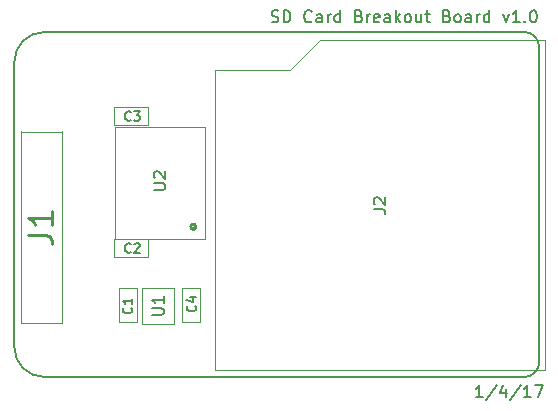
<source format=gbr>
%TF.GenerationSoftware,KiCad,Pcbnew,4.0.4+e1-6308~48~ubuntu16.04.1-stable*%
%TF.CreationDate,2017-01-04T17:26:24-08:00*%
%TF.ProjectId,sd-full-2041021-4-breakout,73642D66756C6C2D323034313032312D,v1.0*%
%TF.FileFunction,Other,Fab,Top*%
%FSLAX46Y46*%
G04 Gerber Fmt 4.6, Leading zero omitted, Abs format (unit mm)*
G04 Created by KiCad (PCBNEW 4.0.4+e1-6308~48~ubuntu16.04.1-stable) date Wed Jan  4 17:26:24 2017*
%MOMM*%
%LPD*%
G01*
G04 APERTURE LIST*
%ADD10C,0.350000*%
%ADD11C,0.152400*%
%ADD12C,0.050000*%
%ADD13C,0.040640*%
%ADD14C,0.254000*%
%ADD15C,0.050800*%
%ADD16C,0.150000*%
G04 APERTURE END LIST*
D10*
D11*
X137474476Y-94439619D02*
X136893905Y-94439619D01*
X137184191Y-94439619D02*
X137184191Y-93423619D01*
X137087429Y-93568762D01*
X136990667Y-93665524D01*
X136893905Y-93713905D01*
X138635619Y-93375238D02*
X137764762Y-94681524D01*
X139409714Y-93762286D02*
X139409714Y-94439619D01*
X139167810Y-93375238D02*
X138925905Y-94100952D01*
X139554857Y-94100952D01*
X140667619Y-93375238D02*
X139796762Y-94681524D01*
X141538476Y-94439619D02*
X140957905Y-94439619D01*
X141248191Y-94439619D02*
X141248191Y-93423619D01*
X141151429Y-93568762D01*
X141054667Y-93665524D01*
X140957905Y-93713905D01*
X141877143Y-93423619D02*
X142554476Y-93423619D01*
X142119048Y-94439619D01*
X119585621Y-62641238D02*
X119730764Y-62689619D01*
X119972668Y-62689619D01*
X120069430Y-62641238D01*
X120117811Y-62592857D01*
X120166192Y-62496095D01*
X120166192Y-62399333D01*
X120117811Y-62302571D01*
X120069430Y-62254190D01*
X119972668Y-62205810D01*
X119779145Y-62157429D01*
X119682383Y-62109048D01*
X119634002Y-62060667D01*
X119585621Y-61963905D01*
X119585621Y-61867143D01*
X119634002Y-61770381D01*
X119682383Y-61722000D01*
X119779145Y-61673619D01*
X120021049Y-61673619D01*
X120166192Y-61722000D01*
X120601621Y-62689619D02*
X120601621Y-61673619D01*
X120843526Y-61673619D01*
X120988668Y-61722000D01*
X121085430Y-61818762D01*
X121133811Y-61915524D01*
X121182192Y-62109048D01*
X121182192Y-62254190D01*
X121133811Y-62447714D01*
X121085430Y-62544476D01*
X120988668Y-62641238D01*
X120843526Y-62689619D01*
X120601621Y-62689619D01*
X122972287Y-62592857D02*
X122923906Y-62641238D01*
X122778763Y-62689619D01*
X122682001Y-62689619D01*
X122536859Y-62641238D01*
X122440097Y-62544476D01*
X122391716Y-62447714D01*
X122343335Y-62254190D01*
X122343335Y-62109048D01*
X122391716Y-61915524D01*
X122440097Y-61818762D01*
X122536859Y-61722000D01*
X122682001Y-61673619D01*
X122778763Y-61673619D01*
X122923906Y-61722000D01*
X122972287Y-61770381D01*
X123843144Y-62689619D02*
X123843144Y-62157429D01*
X123794763Y-62060667D01*
X123698001Y-62012286D01*
X123504478Y-62012286D01*
X123407716Y-62060667D01*
X123843144Y-62641238D02*
X123746382Y-62689619D01*
X123504478Y-62689619D01*
X123407716Y-62641238D01*
X123359335Y-62544476D01*
X123359335Y-62447714D01*
X123407716Y-62350952D01*
X123504478Y-62302571D01*
X123746382Y-62302571D01*
X123843144Y-62254190D01*
X124326954Y-62689619D02*
X124326954Y-62012286D01*
X124326954Y-62205810D02*
X124375335Y-62109048D01*
X124423716Y-62060667D01*
X124520478Y-62012286D01*
X124617239Y-62012286D01*
X125391334Y-62689619D02*
X125391334Y-61673619D01*
X125391334Y-62641238D02*
X125294572Y-62689619D01*
X125101049Y-62689619D01*
X125004287Y-62641238D01*
X124955906Y-62592857D01*
X124907525Y-62496095D01*
X124907525Y-62205810D01*
X124955906Y-62109048D01*
X125004287Y-62060667D01*
X125101049Y-62012286D01*
X125294572Y-62012286D01*
X125391334Y-62060667D01*
X126987905Y-62157429D02*
X127133048Y-62205810D01*
X127181429Y-62254190D01*
X127229810Y-62350952D01*
X127229810Y-62496095D01*
X127181429Y-62592857D01*
X127133048Y-62641238D01*
X127036286Y-62689619D01*
X126649239Y-62689619D01*
X126649239Y-61673619D01*
X126987905Y-61673619D01*
X127084667Y-61722000D01*
X127133048Y-61770381D01*
X127181429Y-61867143D01*
X127181429Y-61963905D01*
X127133048Y-62060667D01*
X127084667Y-62109048D01*
X126987905Y-62157429D01*
X126649239Y-62157429D01*
X127665239Y-62689619D02*
X127665239Y-62012286D01*
X127665239Y-62205810D02*
X127713620Y-62109048D01*
X127762001Y-62060667D01*
X127858763Y-62012286D01*
X127955524Y-62012286D01*
X128681238Y-62641238D02*
X128584476Y-62689619D01*
X128390953Y-62689619D01*
X128294191Y-62641238D01*
X128245810Y-62544476D01*
X128245810Y-62157429D01*
X128294191Y-62060667D01*
X128390953Y-62012286D01*
X128584476Y-62012286D01*
X128681238Y-62060667D01*
X128729619Y-62157429D01*
X128729619Y-62254190D01*
X128245810Y-62350952D01*
X129600476Y-62689619D02*
X129600476Y-62157429D01*
X129552095Y-62060667D01*
X129455333Y-62012286D01*
X129261810Y-62012286D01*
X129165048Y-62060667D01*
X129600476Y-62641238D02*
X129503714Y-62689619D01*
X129261810Y-62689619D01*
X129165048Y-62641238D01*
X129116667Y-62544476D01*
X129116667Y-62447714D01*
X129165048Y-62350952D01*
X129261810Y-62302571D01*
X129503714Y-62302571D01*
X129600476Y-62254190D01*
X130084286Y-62689619D02*
X130084286Y-61673619D01*
X130181048Y-62302571D02*
X130471333Y-62689619D01*
X130471333Y-62012286D02*
X130084286Y-62399333D01*
X131051905Y-62689619D02*
X130955143Y-62641238D01*
X130906762Y-62592857D01*
X130858381Y-62496095D01*
X130858381Y-62205810D01*
X130906762Y-62109048D01*
X130955143Y-62060667D01*
X131051905Y-62012286D01*
X131197047Y-62012286D01*
X131293809Y-62060667D01*
X131342190Y-62109048D01*
X131390571Y-62205810D01*
X131390571Y-62496095D01*
X131342190Y-62592857D01*
X131293809Y-62641238D01*
X131197047Y-62689619D01*
X131051905Y-62689619D01*
X132261428Y-62012286D02*
X132261428Y-62689619D01*
X131826000Y-62012286D02*
X131826000Y-62544476D01*
X131874381Y-62641238D01*
X131971143Y-62689619D01*
X132116285Y-62689619D01*
X132213047Y-62641238D01*
X132261428Y-62592857D01*
X132600095Y-62012286D02*
X132987143Y-62012286D01*
X132745238Y-61673619D02*
X132745238Y-62544476D01*
X132793619Y-62641238D01*
X132890381Y-62689619D01*
X132987143Y-62689619D01*
X134438570Y-62157429D02*
X134583713Y-62205810D01*
X134632094Y-62254190D01*
X134680475Y-62350952D01*
X134680475Y-62496095D01*
X134632094Y-62592857D01*
X134583713Y-62641238D01*
X134486951Y-62689619D01*
X134099904Y-62689619D01*
X134099904Y-61673619D01*
X134438570Y-61673619D01*
X134535332Y-61722000D01*
X134583713Y-61770381D01*
X134632094Y-61867143D01*
X134632094Y-61963905D01*
X134583713Y-62060667D01*
X134535332Y-62109048D01*
X134438570Y-62157429D01*
X134099904Y-62157429D01*
X135261047Y-62689619D02*
X135164285Y-62641238D01*
X135115904Y-62592857D01*
X135067523Y-62496095D01*
X135067523Y-62205810D01*
X135115904Y-62109048D01*
X135164285Y-62060667D01*
X135261047Y-62012286D01*
X135406189Y-62012286D01*
X135502951Y-62060667D01*
X135551332Y-62109048D01*
X135599713Y-62205810D01*
X135599713Y-62496095D01*
X135551332Y-62592857D01*
X135502951Y-62641238D01*
X135406189Y-62689619D01*
X135261047Y-62689619D01*
X136470570Y-62689619D02*
X136470570Y-62157429D01*
X136422189Y-62060667D01*
X136325427Y-62012286D01*
X136131904Y-62012286D01*
X136035142Y-62060667D01*
X136470570Y-62641238D02*
X136373808Y-62689619D01*
X136131904Y-62689619D01*
X136035142Y-62641238D01*
X135986761Y-62544476D01*
X135986761Y-62447714D01*
X136035142Y-62350952D01*
X136131904Y-62302571D01*
X136373808Y-62302571D01*
X136470570Y-62254190D01*
X136954380Y-62689619D02*
X136954380Y-62012286D01*
X136954380Y-62205810D02*
X137002761Y-62109048D01*
X137051142Y-62060667D01*
X137147904Y-62012286D01*
X137244665Y-62012286D01*
X138018760Y-62689619D02*
X138018760Y-61673619D01*
X138018760Y-62641238D02*
X137921998Y-62689619D01*
X137728475Y-62689619D01*
X137631713Y-62641238D01*
X137583332Y-62592857D01*
X137534951Y-62496095D01*
X137534951Y-62205810D01*
X137583332Y-62109048D01*
X137631713Y-62060667D01*
X137728475Y-62012286D01*
X137921998Y-62012286D01*
X138018760Y-62060667D01*
X139179903Y-62012286D02*
X139421808Y-62689619D01*
X139663712Y-62012286D01*
X140582950Y-62689619D02*
X140002379Y-62689619D01*
X140292665Y-62689619D02*
X140292665Y-61673619D01*
X140195903Y-61818762D01*
X140099141Y-61915524D01*
X140002379Y-61963905D01*
X141018379Y-62592857D02*
X141066760Y-62641238D01*
X141018379Y-62689619D01*
X140969998Y-62641238D01*
X141018379Y-62592857D01*
X141018379Y-62689619D01*
X141695713Y-61673619D02*
X141792474Y-61673619D01*
X141889236Y-61722000D01*
X141937617Y-61770381D01*
X141985998Y-61867143D01*
X142034379Y-62060667D01*
X142034379Y-62302571D01*
X141985998Y-62496095D01*
X141937617Y-62592857D01*
X141889236Y-62641238D01*
X141792474Y-62689619D01*
X141695713Y-62689619D01*
X141598951Y-62641238D01*
X141550570Y-62592857D01*
X141502189Y-62496095D01*
X141453808Y-62302571D01*
X141453808Y-62060667D01*
X141502189Y-61867143D01*
X141550570Y-61770381D01*
X141598951Y-61722000D01*
X141695713Y-61673619D01*
X142240000Y-64770000D02*
X142240000Y-91440000D01*
X140970000Y-92710000D02*
G75*
G03X142240000Y-91440000I0J1270000D01*
G01*
X142240000Y-64770000D02*
G75*
G03X140970000Y-63500000I-1270000J0D01*
G01*
X140970000Y-63500000D02*
X100330000Y-63500000D01*
X100330000Y-92710000D02*
X140970000Y-92710000D01*
X97790000Y-90170000D02*
G75*
G03X100330000Y-92710000I2540000J0D01*
G01*
X97790000Y-66040000D02*
X97790000Y-90170000D01*
X100330000Y-63500000D02*
G75*
G03X97790000Y-66040000I0J-2540000D01*
G01*
D12*
X108192000Y-85152000D02*
X108192000Y-88052000D01*
X108192000Y-85152000D02*
X106692000Y-85152000D01*
X108192000Y-88052000D02*
X106692000Y-88052000D01*
X106692000Y-85152000D02*
X106692000Y-88052000D01*
X106258000Y-81038000D02*
X109158000Y-81038000D01*
X106258000Y-81038000D02*
X106258000Y-82538000D01*
X109158000Y-81038000D02*
X109158000Y-82538000D01*
X106258000Y-82538000D02*
X109158000Y-82538000D01*
X106258000Y-69862000D02*
X109158000Y-69862000D01*
X106258000Y-69862000D02*
X106258000Y-71362000D01*
X109158000Y-69862000D02*
X109158000Y-71362000D01*
X106258000Y-71362000D02*
X109158000Y-71362000D01*
X112026000Y-88064000D02*
X112026000Y-85164000D01*
X112026000Y-88064000D02*
X113526000Y-88064000D01*
X112026000Y-85164000D02*
X113526000Y-85164000D01*
X113526000Y-88064000D02*
X113526000Y-85164000D01*
X101826000Y-88110000D02*
X101826000Y-71910000D01*
X101836000Y-88100000D02*
X98336000Y-88100000D01*
X98346000Y-88120000D02*
X98346000Y-71920000D01*
X101846000Y-71930000D02*
X98346000Y-71930000D01*
D13*
X114802000Y-92132000D02*
X114802000Y-66732000D01*
X142742000Y-92132000D02*
X114802000Y-92132000D01*
X142742000Y-64192000D02*
X142742000Y-92132000D01*
X123692000Y-64192000D02*
X142742000Y-64192000D01*
X121152000Y-66732000D02*
X123692000Y-64192000D01*
X114802000Y-66732000D02*
X121152000Y-66732000D01*
X108648500Y-88204000D02*
X111315500Y-88204000D01*
X108648500Y-85156000D02*
X108648500Y-88204000D01*
X111315500Y-85156000D02*
X108648500Y-85156000D01*
X111315500Y-88204000D02*
X111315500Y-85156000D01*
D14*
X113189213Y-80000000D02*
G75*
G03X113189213Y-80000000I-223607J0D01*
G01*
D15*
X113942000Y-81000000D02*
X113942000Y-80900000D01*
X106342000Y-81000000D02*
X113942000Y-81000000D01*
X106342000Y-71500000D02*
X106342000Y-81000000D01*
X113942000Y-71500000D02*
X106342000Y-71500000D01*
X113942000Y-80900000D02*
X113942000Y-71500000D01*
D16*
X107687714Y-86825333D02*
X107725810Y-86863428D01*
X107763905Y-86977714D01*
X107763905Y-87053904D01*
X107725810Y-87168190D01*
X107649619Y-87244381D01*
X107573429Y-87282476D01*
X107421048Y-87320571D01*
X107306762Y-87320571D01*
X107154381Y-87282476D01*
X107078190Y-87244381D01*
X107002000Y-87168190D01*
X106963905Y-87053904D01*
X106963905Y-86977714D01*
X107002000Y-86863428D01*
X107040095Y-86825333D01*
X107763905Y-86063428D02*
X107763905Y-86520571D01*
X107763905Y-86292000D02*
X106963905Y-86292000D01*
X107078190Y-86368190D01*
X107154381Y-86444381D01*
X107192476Y-86520571D01*
X107664667Y-82113714D02*
X107626572Y-82151810D01*
X107512286Y-82189905D01*
X107436096Y-82189905D01*
X107321810Y-82151810D01*
X107245619Y-82075619D01*
X107207524Y-81999429D01*
X107169429Y-81847048D01*
X107169429Y-81732762D01*
X107207524Y-81580381D01*
X107245619Y-81504190D01*
X107321810Y-81428000D01*
X107436096Y-81389905D01*
X107512286Y-81389905D01*
X107626572Y-81428000D01*
X107664667Y-81466095D01*
X107969429Y-81466095D02*
X108007524Y-81428000D01*
X108083715Y-81389905D01*
X108274191Y-81389905D01*
X108350381Y-81428000D01*
X108388477Y-81466095D01*
X108426572Y-81542286D01*
X108426572Y-81618476D01*
X108388477Y-81732762D01*
X107931334Y-82189905D01*
X108426572Y-82189905D01*
X107664667Y-70937714D02*
X107626572Y-70975810D01*
X107512286Y-71013905D01*
X107436096Y-71013905D01*
X107321810Y-70975810D01*
X107245619Y-70899619D01*
X107207524Y-70823429D01*
X107169429Y-70671048D01*
X107169429Y-70556762D01*
X107207524Y-70404381D01*
X107245619Y-70328190D01*
X107321810Y-70252000D01*
X107436096Y-70213905D01*
X107512286Y-70213905D01*
X107626572Y-70252000D01*
X107664667Y-70290095D01*
X107931334Y-70213905D02*
X108426572Y-70213905D01*
X108159905Y-70518667D01*
X108274191Y-70518667D01*
X108350381Y-70556762D01*
X108388477Y-70594857D01*
X108426572Y-70671048D01*
X108426572Y-70861524D01*
X108388477Y-70937714D01*
X108350381Y-70975810D01*
X108274191Y-71013905D01*
X108045619Y-71013905D01*
X107969429Y-70975810D01*
X107931334Y-70937714D01*
X113101714Y-86657333D02*
X113139810Y-86695428D01*
X113177905Y-86809714D01*
X113177905Y-86885904D01*
X113139810Y-87000190D01*
X113063619Y-87076381D01*
X112987429Y-87114476D01*
X112835048Y-87152571D01*
X112720762Y-87152571D01*
X112568381Y-87114476D01*
X112492190Y-87076381D01*
X112416000Y-87000190D01*
X112377905Y-86885904D01*
X112377905Y-86809714D01*
X112416000Y-86695428D01*
X112454095Y-86657333D01*
X112644571Y-85971619D02*
X113177905Y-85971619D01*
X112339810Y-86162095D02*
X112911238Y-86352571D01*
X112911238Y-85857333D01*
D14*
X98973238Y-80687333D02*
X100424667Y-80687333D01*
X100714952Y-80784095D01*
X100908476Y-80977619D01*
X101005238Y-81267904D01*
X101005238Y-81461428D01*
X101005238Y-78655334D02*
X101005238Y-79816476D01*
X101005238Y-79235905D02*
X98973238Y-79235905D01*
X99263524Y-79429429D01*
X99457048Y-79622953D01*
X99553810Y-79816476D01*
D16*
X128224381Y-78495333D02*
X128938667Y-78495333D01*
X129081524Y-78542953D01*
X129176762Y-78638191D01*
X129224381Y-78781048D01*
X129224381Y-78876286D01*
X128319619Y-78066762D02*
X128272000Y-78019143D01*
X128224381Y-77923905D01*
X128224381Y-77685809D01*
X128272000Y-77590571D01*
X128319619Y-77542952D01*
X128414857Y-77495333D01*
X128510095Y-77495333D01*
X128652952Y-77542952D01*
X129224381Y-78114381D01*
X129224381Y-77495333D01*
X109434381Y-87441905D02*
X110243905Y-87441905D01*
X110339143Y-87394286D01*
X110386762Y-87346667D01*
X110434381Y-87251429D01*
X110434381Y-87060952D01*
X110386762Y-86965714D01*
X110339143Y-86918095D01*
X110243905Y-86870476D01*
X109434381Y-86870476D01*
X110434381Y-85870476D02*
X110434381Y-86441905D01*
X110434381Y-86156191D02*
X109434381Y-86156191D01*
X109577238Y-86251429D01*
X109672476Y-86346667D01*
X109720095Y-86441905D01*
X109594381Y-76861905D02*
X110403905Y-76861905D01*
X110499143Y-76814286D01*
X110546762Y-76766667D01*
X110594381Y-76671429D01*
X110594381Y-76480952D01*
X110546762Y-76385714D01*
X110499143Y-76338095D01*
X110403905Y-76290476D01*
X109594381Y-76290476D01*
X109689619Y-75861905D02*
X109642000Y-75814286D01*
X109594381Y-75719048D01*
X109594381Y-75480952D01*
X109642000Y-75385714D01*
X109689619Y-75338095D01*
X109784857Y-75290476D01*
X109880095Y-75290476D01*
X110022952Y-75338095D01*
X110594381Y-75909524D01*
X110594381Y-75290476D01*
M02*

</source>
